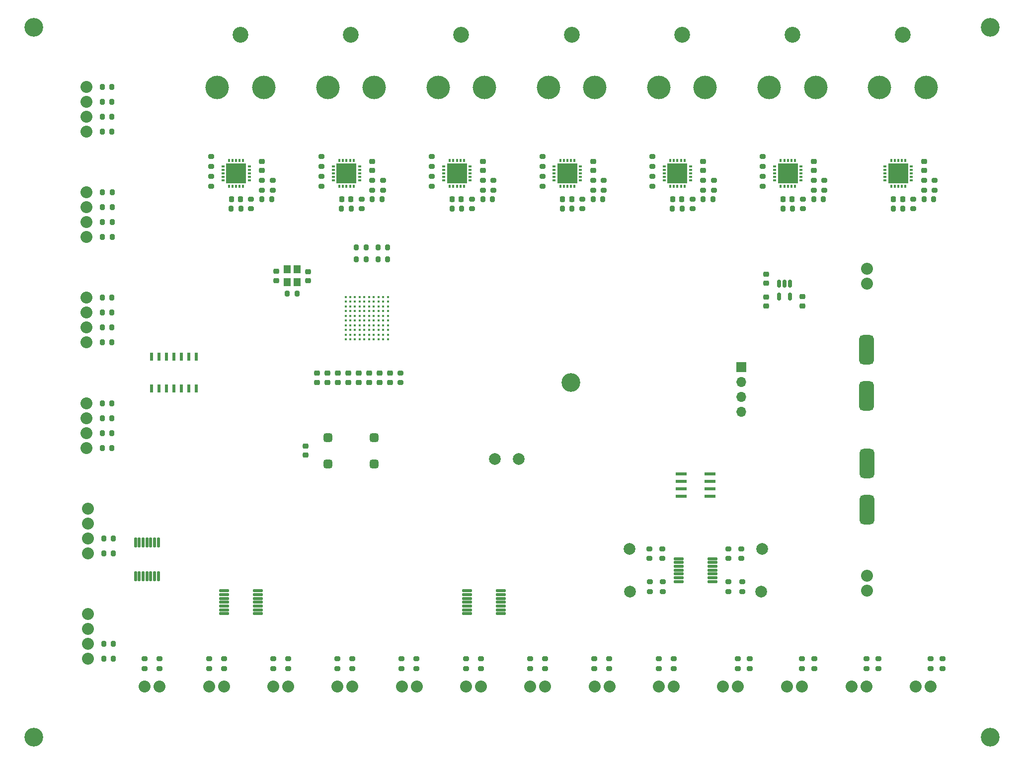
<source format=gbr>
%TF.GenerationSoftware,KiCad,Pcbnew,6.0.0*%
%TF.CreationDate,2022-01-12T19:51:10-05:00*%
%TF.ProjectId,sensor-board,73656e73-6f72-42d6-926f-6172642e6b69,-1*%
%TF.SameCoordinates,Original*%
%TF.FileFunction,Soldermask,Top*%
%TF.FilePolarity,Negative*%
%FSLAX46Y46*%
G04 Gerber Fmt 4.6, Leading zero omitted, Abs format (unit mm)*
G04 Created by KiCad (PCBNEW 6.0.0) date 2022-01-12 19:51:10*
%MOMM*%
%LPD*%
G01*
G04 APERTURE LIST*
G04 Aperture macros list*
%AMRoundRect*
0 Rectangle with rounded corners*
0 $1 Rounding radius*
0 $2 $3 $4 $5 $6 $7 $8 $9 X,Y pos of 4 corners*
0 Add a 4 corners polygon primitive as box body*
4,1,4,$2,$3,$4,$5,$6,$7,$8,$9,$2,$3,0*
0 Add four circle primitives for the rounded corners*
1,1,$1+$1,$2,$3*
1,1,$1+$1,$4,$5*
1,1,$1+$1,$6,$7*
1,1,$1+$1,$8,$9*
0 Add four rect primitives between the rounded corners*
20,1,$1+$1,$2,$3,$4,$5,0*
20,1,$1+$1,$4,$5,$6,$7,0*
20,1,$1+$1,$6,$7,$8,$9,0*
20,1,$1+$1,$8,$9,$2,$3,0*%
%AMOutline5P*
0 Free polygon, 5 corners , with rotation*
0 The origin of the aperture is its center*
0 number of corners: always 5*
0 $1 to $10 corner X, Y*
0 $11 Rotation angle, in degrees counterclockwise*
0 create outline with 5 corners*
4,1,5,$1,$2,$3,$4,$5,$6,$7,$8,$9,$10,$1,$2,$11*%
%AMOutline6P*
0 Free polygon, 6 corners , with rotation*
0 The origin of the aperture is its center*
0 number of corners: always 6*
0 $1 to $12 corner X, Y*
0 $13 Rotation angle, in degrees counterclockwise*
0 create outline with 6 corners*
4,1,6,$1,$2,$3,$4,$5,$6,$7,$8,$9,$10,$11,$12,$1,$2,$13*%
%AMOutline7P*
0 Free polygon, 7 corners , with rotation*
0 The origin of the aperture is its center*
0 number of corners: always 7*
0 $1 to $14 corner X, Y*
0 $15 Rotation angle, in degrees counterclockwise*
0 create outline with 7 corners*
4,1,7,$1,$2,$3,$4,$5,$6,$7,$8,$9,$10,$11,$12,$13,$14,$1,$2,$15*%
%AMOutline8P*
0 Free polygon, 8 corners , with rotation*
0 The origin of the aperture is its center*
0 number of corners: always 8*
0 $1 to $16 corner X, Y*
0 $17 Rotation angle, in degrees counterclockwise*
0 create outline with 8 corners*
4,1,8,$1,$2,$3,$4,$5,$6,$7,$8,$9,$10,$11,$12,$13,$14,$15,$16,$1,$2,$17*%
%AMFreePoly0*
4,1,5,1.675000,-1.675000,-1.675000,-1.675000,-1.675000,1.675000,1.675000,1.675000,1.675000,-1.675000,1.675000,-1.675000,$1*%
G04 Aperture macros list end*
%ADD10RoundRect,0.200000X0.200000X0.275000X-0.200000X0.275000X-0.200000X-0.275000X0.200000X-0.275000X0*%
%ADD11RoundRect,0.200000X0.275000X-0.200000X0.275000X0.200000X-0.275000X0.200000X-0.275000X-0.200000X0*%
%ADD12RoundRect,0.200000X-0.275000X0.200000X-0.275000X-0.200000X0.275000X-0.200000X0.275000X0.200000X0*%
%ADD13RoundRect,0.225000X0.250000X-0.225000X0.250000X0.225000X-0.250000X0.225000X-0.250000X-0.225000X0*%
%ADD14RoundRect,0.200000X-0.200000X-0.275000X0.200000X-0.275000X0.200000X0.275000X-0.200000X0.275000X0*%
%ADD15C,2.032000*%
%ADD16RoundRect,0.225000X-0.250000X0.225000X-0.250000X-0.225000X0.250000X-0.225000X0.250000X0.225000X0*%
%ADD17RoundRect,0.020500X0.764500X0.184500X-0.764500X0.184500X-0.764500X-0.184500X0.764500X-0.184500X0*%
%ADD18C,2.700000*%
%ADD19C,4.000000*%
%ADD20R,1.200000X1.400000*%
%ADD21RoundRect,0.225000X-0.225000X-0.250000X0.225000X-0.250000X0.225000X0.250000X-0.225000X0.250000X0*%
%ADD22RoundRect,0.150000X-0.150000X0.512500X-0.150000X-0.512500X0.150000X-0.512500X0.150000X0.512500X0*%
%ADD23C,3.200000*%
%ADD24RoundRect,0.375000X0.375000X0.375000X-0.375000X0.375000X-0.375000X-0.375000X0.375000X-0.375000X0*%
%ADD25C,2.000000*%
%ADD26Outline8P,-0.275000X0.180000X-0.255000X0.200000X0.255000X0.200000X0.275000X0.180000X0.275000X-0.180000X0.255000X-0.200000X-0.255000X-0.200000X-0.275000X-0.180000X90.000000*%
%ADD27Outline8P,-0.275000X0.180000X-0.255000X0.200000X0.255000X0.200000X0.275000X0.180000X0.275000X-0.180000X0.255000X-0.200000X-0.255000X-0.200000X-0.275000X-0.180000X180.000000*%
%ADD28FreePoly0,180.000000*%
%ADD29C,0.600000*%
%ADD30R,1.700000X1.700000*%
%ADD31O,1.700000X1.700000*%
%ADD32RoundRect,0.625000X-0.625000X1.875000X-0.625000X-1.875000X0.625000X-1.875000X0.625000X1.875000X0*%
%ADD33RoundRect,0.218750X-0.256250X0.218750X-0.256250X-0.218750X0.256250X-0.218750X0.256250X0.218750X0*%
%ADD34C,0.381000*%
%ADD35RoundRect,0.020500X-0.184500X0.764500X-0.184500X-0.764500X0.184500X-0.764500X0.184500X0.764500X0*%
%ADD36R,1.981200X0.540800*%
%ADD37R,0.533400X1.460500*%
G04 APERTURE END LIST*
D10*
X99285600Y-69892000D03*
X97635600Y-69892000D03*
D11*
X94235600Y-62642000D03*
X94235600Y-60992000D03*
D12*
X171171600Y-133500000D03*
X171171600Y-135150000D03*
D13*
X140502266Y-63367000D03*
X140502266Y-61817000D03*
D10*
X77335600Y-105589000D03*
X75685600Y-105589000D03*
D14*
X140502266Y-68242000D03*
X142152266Y-68242000D03*
D13*
X215702268Y-63367000D03*
X215702268Y-61817000D03*
D12*
X196893933Y-65092000D03*
X196893933Y-66742000D03*
D15*
X126708456Y-151300000D03*
X129248456Y-151300000D03*
D16*
X117565600Y-97940500D03*
X117565600Y-99490500D03*
D14*
X118962600Y-78497000D03*
X120612600Y-78497000D03*
D17*
X143549600Y-138901000D03*
X143549600Y-138251000D03*
X143549600Y-137601000D03*
X143549600Y-136951000D03*
X143549600Y-136301000D03*
X143549600Y-135651000D03*
X143549600Y-135001000D03*
X137809600Y-135001000D03*
X137809600Y-135651000D03*
X137809600Y-136301000D03*
X137809600Y-136951000D03*
X137809600Y-137601000D03*
X137809600Y-138251000D03*
X137809600Y-138901000D03*
D11*
X138652266Y-69892000D03*
X138652266Y-68242000D03*
D12*
X118286312Y-146629000D03*
X118286312Y-148279000D03*
D18*
X118043933Y-40242000D03*
D19*
X121993933Y-49242000D03*
X114093933Y-49242000D03*
D12*
X162079168Y-146629000D03*
X162079168Y-148279000D03*
D20*
X108885600Y-82442000D03*
X108885600Y-80242000D03*
X107185600Y-80242000D03*
X107185600Y-82442000D03*
D21*
X191693933Y-68242000D03*
X193243933Y-68242000D03*
D22*
X192876600Y-82627000D03*
X191926600Y-82627000D03*
X190976600Y-82627000D03*
X190976600Y-84902000D03*
X192876600Y-84902000D03*
D23*
X155500000Y-99500000D03*
D15*
X214294172Y-151300000D03*
X216834172Y-151300000D03*
D11*
X157460599Y-69892000D03*
X157460599Y-68242000D03*
D12*
X186040954Y-146625000D03*
X186040954Y-148275000D03*
D15*
X192397740Y-151300000D03*
X194937740Y-151300000D03*
D12*
X85441670Y-146629000D03*
X85441670Y-148279000D03*
D11*
X104685600Y-66742000D03*
X104685600Y-65092000D03*
D23*
X64000000Y-160000000D03*
D15*
X72989600Y-67089000D03*
X72989600Y-69629000D03*
X72989600Y-72169000D03*
X72989600Y-74709000D03*
D10*
X77335600Y-108129000D03*
X75685600Y-108129000D03*
D24*
X122010600Y-113422000D03*
X122010600Y-108922000D03*
X114110600Y-113422000D03*
X114110600Y-108922000D03*
D12*
X94235600Y-64392000D03*
X94235600Y-66042000D03*
D21*
X172885600Y-68242000D03*
X174435600Y-68242000D03*
D23*
X227000000Y-39000000D03*
D13*
X178085600Y-63367000D03*
X178085600Y-61817000D03*
D11*
X131852266Y-62642000D03*
X131852266Y-60992000D03*
X213852268Y-69892000D03*
X213852268Y-68242000D03*
X119843933Y-69892000D03*
X119843933Y-68242000D03*
D14*
X122635600Y-78497000D03*
X124285600Y-78497000D03*
D12*
X93849884Y-146629000D03*
X93849884Y-148279000D03*
D14*
X75685600Y-49109000D03*
X77335600Y-49109000D03*
D12*
X107338098Y-146629000D03*
X107338098Y-148279000D03*
X121693933Y-65092000D03*
X121693933Y-66742000D03*
D14*
X118962600Y-76465000D03*
X120612600Y-76465000D03*
D11*
X169435600Y-62642000D03*
X169435600Y-60992000D03*
D15*
X73014600Y-49109000D03*
X73014600Y-51649000D03*
X73014600Y-54189000D03*
X73014600Y-56729000D03*
D11*
X198693933Y-66742000D03*
X198693933Y-65092000D03*
D15*
X205957600Y-134946000D03*
X205957600Y-132406000D03*
D25*
X165571600Y-135150000D03*
D18*
X212085600Y-40242000D03*
D19*
X216035600Y-49242000D03*
X208135600Y-49242000D03*
D10*
X77360600Y-74709000D03*
X75710600Y-74709000D03*
D12*
X168935600Y-127857000D03*
X168935600Y-129507000D03*
D14*
X159310599Y-68242000D03*
X160960599Y-68242000D03*
D25*
X187971600Y-135150000D03*
D12*
X131852266Y-64392000D03*
X131852266Y-66042000D03*
D26*
X210102268Y-66092000D03*
X210702268Y-66092000D03*
X211302268Y-66092000D03*
X211902268Y-66092000D03*
X212502268Y-66092000D03*
D27*
X213552268Y-65042000D03*
X213552268Y-64442000D03*
X213552268Y-63842000D03*
X213552268Y-63242000D03*
X213552268Y-62642000D03*
D26*
X212502268Y-61642000D03*
X211902268Y-61642000D03*
X211302268Y-61642000D03*
X210702268Y-61642000D03*
X210102268Y-61642000D03*
D27*
X209052268Y-62642000D03*
X209052268Y-63242000D03*
X209052268Y-63842000D03*
X209052268Y-64442000D03*
X209052268Y-65042000D03*
D28*
X211302268Y-63842000D03*
D29*
X212302268Y-62842000D03*
X212302268Y-63842000D03*
X210302268Y-62842000D03*
X212302268Y-64842000D03*
X211302268Y-62842000D03*
X211302268Y-63842000D03*
X210302268Y-63842000D03*
X210302268Y-64842000D03*
X211302268Y-64842000D03*
D13*
X110735600Y-82142000D03*
X110735600Y-80592000D03*
D12*
X170487382Y-146629000D03*
X170487382Y-148279000D03*
D11*
X168971600Y-135150000D03*
X168971600Y-133500000D03*
D12*
X178085600Y-65092000D03*
X178085600Y-66742000D03*
D15*
X205957600Y-82688000D03*
X205957600Y-80148000D03*
D12*
X159310599Y-65092000D03*
X159310599Y-66742000D03*
X151130954Y-146629000D03*
X151130954Y-148279000D03*
D26*
X97285600Y-66092000D03*
X97885600Y-66092000D03*
X98485600Y-66092000D03*
X99085600Y-66092000D03*
X99685600Y-66092000D03*
D27*
X100735600Y-65042000D03*
X100735600Y-64442000D03*
X100735600Y-63842000D03*
X100735600Y-63242000D03*
X100735600Y-62642000D03*
D26*
X99685600Y-61642000D03*
X99085600Y-61642000D03*
X98485600Y-61642000D03*
X97885600Y-61642000D03*
X97285600Y-61642000D03*
D27*
X96235600Y-62642000D03*
X96235600Y-63242000D03*
X96235600Y-63842000D03*
X96235600Y-64442000D03*
X96235600Y-65042000D03*
D29*
X97485600Y-64842000D03*
X99485600Y-63842000D03*
X97485600Y-63842000D03*
X97485600Y-62842000D03*
X99485600Y-64842000D03*
X99485600Y-62842000D03*
X98485600Y-64842000D03*
D28*
X98485600Y-63842000D03*
D29*
X98485600Y-62842000D03*
X98485600Y-63842000D03*
D16*
X124677600Y-97940500D03*
X124677600Y-99490500D03*
D11*
X161110599Y-66742000D03*
X161110599Y-65092000D03*
D12*
X215702268Y-65092000D03*
X215702268Y-66742000D03*
D21*
X135302266Y-68242000D03*
X136852266Y-68242000D03*
D16*
X105335600Y-80567000D03*
X105335600Y-82117000D03*
D15*
X73240790Y-139009000D03*
X73240790Y-141549000D03*
X73240790Y-144089000D03*
X73240790Y-146629000D03*
D18*
X174468932Y-40242000D03*
D19*
X178418932Y-49242000D03*
X170518932Y-49242000D03*
D12*
X207937382Y-146625000D03*
X207937382Y-148275000D03*
X140182740Y-146629000D03*
X140182740Y-148279000D03*
X115746312Y-146629000D03*
X115746312Y-148279000D03*
D13*
X121693933Y-63367000D03*
X121693933Y-61817000D03*
D11*
X150660599Y-62642000D03*
X150660599Y-60992000D03*
D18*
X155660599Y-40242000D03*
D19*
X159610599Y-49242000D03*
X151710599Y-49242000D03*
D10*
X77335600Y-54189000D03*
X75685600Y-54189000D03*
D21*
X116493933Y-68242000D03*
X118043933Y-68242000D03*
D13*
X196893933Y-63367000D03*
X196893933Y-61817000D03*
D21*
X97685600Y-68242000D03*
X99235600Y-68242000D03*
D25*
X146664000Y-112521000D03*
D10*
X77335600Y-87609000D03*
X75685600Y-87609000D03*
D11*
X176235600Y-69892000D03*
X176235600Y-68242000D03*
D15*
X137656670Y-151300000D03*
X140196670Y-151300000D03*
D30*
X184600000Y-96920000D03*
D31*
X184600000Y-99460000D03*
X184600000Y-102000000D03*
X184600000Y-104540000D03*
D10*
X118093933Y-69892000D03*
X116443933Y-69892000D03*
D15*
X82915600Y-151300000D03*
X85455600Y-151300000D03*
D10*
X77335600Y-51649000D03*
X75685600Y-51649000D03*
D15*
X181449526Y-151300000D03*
X183989526Y-151300000D03*
D10*
X77561790Y-126109000D03*
X75911790Y-126109000D03*
D12*
X194937740Y-146629000D03*
X194937740Y-148279000D03*
D14*
X215702268Y-68242000D03*
X217352268Y-68242000D03*
D10*
X77360600Y-72169000D03*
X75710600Y-72169000D03*
X77335600Y-56729000D03*
X75685600Y-56729000D03*
D12*
X126455600Y-97890500D03*
X126455600Y-99540500D03*
X104798098Y-146629000D03*
X104798098Y-148279000D03*
X129234526Y-146629000D03*
X129234526Y-148279000D03*
D15*
X104812028Y-151300000D03*
X107352028Y-151300000D03*
D26*
X153710599Y-66092000D03*
X154310599Y-66092000D03*
X154910599Y-66092000D03*
X155510599Y-66092000D03*
X156110599Y-66092000D03*
D27*
X157160599Y-65042000D03*
X157160599Y-64442000D03*
X157160599Y-63842000D03*
X157160599Y-63242000D03*
X157160599Y-62642000D03*
D26*
X156110599Y-61642000D03*
X155510599Y-61642000D03*
X154910599Y-61642000D03*
X154310599Y-61642000D03*
X153710599Y-61642000D03*
D27*
X152660599Y-62642000D03*
X152660599Y-63242000D03*
X152660599Y-63842000D03*
X152660599Y-64442000D03*
X152660599Y-65042000D03*
D29*
X155910599Y-63842000D03*
X155910599Y-62842000D03*
X153910599Y-63842000D03*
X153910599Y-62842000D03*
X154910599Y-64842000D03*
X154910599Y-63842000D03*
X155910599Y-64842000D03*
D28*
X154910599Y-63842000D03*
D29*
X154910599Y-62842000D03*
X153910599Y-64842000D03*
D16*
X121121600Y-97940500D03*
X121121600Y-99490500D03*
D12*
X126694526Y-146629000D03*
X126694526Y-148279000D03*
D32*
X205875000Y-101793333D03*
X205875000Y-93893333D03*
D16*
X114009600Y-97940500D03*
X114009600Y-99490500D03*
D14*
X75710600Y-67089000D03*
X77360600Y-67089000D03*
D11*
X142302266Y-66742000D03*
X142302266Y-65092000D03*
D18*
X99235600Y-40242000D03*
D19*
X103185600Y-49242000D03*
X95285600Y-49242000D03*
D13*
X188802400Y-82614600D03*
X188802400Y-81064600D03*
D14*
X178085600Y-68242000D03*
X179735600Y-68242000D03*
D33*
X112231600Y-97928000D03*
X112231600Y-99503000D03*
D10*
X155710599Y-69892000D03*
X154060599Y-69892000D03*
D23*
X227000000Y-160000000D03*
D11*
X171135600Y-129507000D03*
X171135600Y-127857000D03*
D15*
X73014600Y-103049000D03*
X73014600Y-105589000D03*
X73014600Y-108129000D03*
X73014600Y-110669000D03*
D12*
X102885600Y-65092000D03*
X102885600Y-66742000D03*
D14*
X121693933Y-68242000D03*
X123343933Y-68242000D03*
D12*
X148590954Y-146629000D03*
X148590954Y-148279000D03*
X169435600Y-64392000D03*
X169435600Y-66042000D03*
D14*
X102885600Y-68242000D03*
X104535600Y-68242000D03*
D26*
X134902266Y-66092000D03*
X135502266Y-66092000D03*
X136102266Y-66092000D03*
X136702266Y-66092000D03*
X137302266Y-66092000D03*
D27*
X138352266Y-65042000D03*
X138352266Y-64442000D03*
X138352266Y-63842000D03*
X138352266Y-63242000D03*
X138352266Y-62642000D03*
D26*
X137302266Y-61642000D03*
X136702266Y-61642000D03*
X136102266Y-61642000D03*
X135502266Y-61642000D03*
X134902266Y-61642000D03*
D27*
X133852266Y-62642000D03*
X133852266Y-63242000D03*
X133852266Y-63842000D03*
X133852266Y-64442000D03*
X133852266Y-65042000D03*
D29*
X137102266Y-62842000D03*
X137102266Y-64842000D03*
X136102266Y-63842000D03*
X135102266Y-64842000D03*
X135102266Y-63842000D03*
X137102266Y-63842000D03*
X136102266Y-64842000D03*
D28*
X136102266Y-63842000D03*
D29*
X135102266Y-62842000D03*
X136102266Y-62842000D03*
D25*
X188135600Y-127857000D03*
D12*
X196989168Y-146625000D03*
X196989168Y-148275000D03*
D26*
X191293933Y-66092000D03*
X191893933Y-66092000D03*
X192493933Y-66092000D03*
X193093933Y-66092000D03*
X193693933Y-66092000D03*
D27*
X194743933Y-65042000D03*
X194743933Y-64442000D03*
X194743933Y-63842000D03*
X194743933Y-63242000D03*
X194743933Y-62642000D03*
D26*
X193693933Y-61642000D03*
X193093933Y-61642000D03*
X192493933Y-61642000D03*
X191893933Y-61642000D03*
X191293933Y-61642000D03*
D27*
X190243933Y-62642000D03*
X190243933Y-63242000D03*
X190243933Y-63842000D03*
X190243933Y-64442000D03*
X190243933Y-65042000D03*
D29*
X191493933Y-62842000D03*
X193493933Y-63842000D03*
X192493933Y-62842000D03*
X191493933Y-63842000D03*
D28*
X192493933Y-63842000D03*
D29*
X192493933Y-63842000D03*
X192493933Y-64842000D03*
X193493933Y-64842000D03*
X191493933Y-64842000D03*
X193493933Y-62842000D03*
D13*
X102885600Y-63367000D03*
X102885600Y-61817000D03*
D11*
X123493933Y-66742000D03*
X123493933Y-65092000D03*
D16*
X195000000Y-84900000D03*
X195000000Y-86450000D03*
D12*
X150660599Y-64392000D03*
X150660599Y-66042000D03*
X113043933Y-64392000D03*
X113043933Y-66042000D03*
D18*
X193277265Y-40242000D03*
D19*
X197227265Y-49242000D03*
X189327265Y-49242000D03*
D14*
X122645600Y-76465000D03*
X124295600Y-76465000D03*
D34*
X117135600Y-84942000D03*
X117935600Y-84942000D03*
X118735600Y-84942000D03*
X119535600Y-84942000D03*
X120335600Y-84942000D03*
X121135600Y-84942000D03*
X121935600Y-84942000D03*
X122735600Y-84942000D03*
X123535600Y-84942000D03*
X124335599Y-84942000D03*
X117135600Y-85742000D03*
X117935600Y-85742000D03*
X118735600Y-85742000D03*
X119535600Y-85742000D03*
X120335600Y-85742000D03*
X121135600Y-85742000D03*
X121935600Y-85742000D03*
X122735600Y-85742000D03*
X123535600Y-85742000D03*
X124335599Y-85742000D03*
X117135600Y-86542000D03*
X117935600Y-86542000D03*
X118735600Y-86542000D03*
X119535600Y-86542000D03*
X120335600Y-86542000D03*
X121135600Y-86542000D03*
X121935600Y-86542000D03*
X122735600Y-86542000D03*
X123535600Y-86542000D03*
X124335599Y-86542000D03*
X117135600Y-87342000D03*
X117935600Y-87342000D03*
X118735600Y-87342000D03*
X119535600Y-87342000D03*
X120335600Y-87342000D03*
X121135600Y-87342000D03*
X121935600Y-87342000D03*
X122735600Y-87342000D03*
X123535600Y-87342000D03*
X124335599Y-87342000D03*
X117135600Y-88142000D03*
X117935600Y-88142000D03*
X118735600Y-88142000D03*
X119535600Y-88142000D03*
X120335600Y-88142000D03*
X121135600Y-88142000D03*
X121935600Y-88142000D03*
X122735600Y-88142000D03*
X123535600Y-88142000D03*
X124335599Y-88142000D03*
X117135600Y-88942000D03*
X117935600Y-88942000D03*
X118735600Y-88942000D03*
X119535600Y-88942000D03*
X120335600Y-88942000D03*
X121135600Y-88942000D03*
X121935600Y-88942000D03*
X122735600Y-88942000D03*
X123535600Y-88942000D03*
X124335599Y-88942000D03*
X117135600Y-89742000D03*
X117935600Y-89742000D03*
X118735600Y-89742000D03*
X119535600Y-89742000D03*
X120335600Y-89742000D03*
X121135600Y-89742000D03*
X121935600Y-89742000D03*
X122735600Y-89742000D03*
X123535600Y-89742000D03*
X124335599Y-89742000D03*
X117135600Y-90542000D03*
X117935600Y-90542000D03*
X118735600Y-90542000D03*
X119535600Y-90542000D03*
X120335600Y-90542000D03*
X121135600Y-90542000D03*
X121935600Y-90542000D03*
X122735600Y-90542000D03*
X123535600Y-90542000D03*
X124335599Y-90542000D03*
X117135600Y-91342000D03*
X117935600Y-91342000D03*
X118735600Y-91342000D03*
X119535600Y-91342000D03*
X120335600Y-91342000D03*
X121135600Y-91342000D03*
X121935600Y-91342000D03*
X122735600Y-91342000D03*
X123535600Y-91342000D03*
X124335599Y-91342000D03*
X117135600Y-92141999D03*
X117935600Y-92141999D03*
X118735600Y-92141999D03*
X119535600Y-92141999D03*
X120335600Y-92141999D03*
X121135600Y-92141999D03*
X121935600Y-92141999D03*
X122735600Y-92141999D03*
X123535600Y-92141999D03*
X124335599Y-92141999D03*
D10*
X77335600Y-92689000D03*
X75685600Y-92689000D03*
D15*
X73014600Y-85069000D03*
X73014600Y-87609000D03*
X73014600Y-90149000D03*
X73014600Y-92689000D03*
D12*
X82901670Y-146629000D03*
X82901670Y-148279000D03*
D16*
X119343600Y-97940500D03*
X119343600Y-99490500D03*
D12*
X159539168Y-146629000D03*
X159539168Y-148279000D03*
D10*
X77561790Y-128649000D03*
X75911790Y-128649000D03*
D16*
X188802400Y-84925400D03*
X188802400Y-86475400D03*
D13*
X159310599Y-63367000D03*
X159310599Y-61817000D03*
D23*
X64000000Y-39000000D03*
D17*
X179641600Y-133440000D03*
X179641600Y-132790000D03*
X179641600Y-132140000D03*
X179641600Y-131490000D03*
X179641600Y-130840000D03*
X179641600Y-130190000D03*
X179641600Y-129540000D03*
X173901600Y-129540000D03*
X173901600Y-130190000D03*
X173901600Y-130840000D03*
X173901600Y-131490000D03*
X173901600Y-132140000D03*
X173901600Y-132790000D03*
X173901600Y-133440000D03*
D15*
X93863814Y-151300000D03*
X96403814Y-151300000D03*
D11*
X188243933Y-62642000D03*
X188243933Y-60992000D03*
D17*
X102178600Y-138901000D03*
X102178600Y-138251000D03*
X102178600Y-137601000D03*
X102178600Y-136951000D03*
X102178600Y-136301000D03*
X102178600Y-135651000D03*
X102178600Y-135001000D03*
X96438600Y-135001000D03*
X96438600Y-135651000D03*
X96438600Y-136301000D03*
X96438600Y-136951000D03*
X96438600Y-137601000D03*
X96438600Y-138251000D03*
X96438600Y-138901000D03*
D12*
X173071670Y-146629000D03*
X173071670Y-148279000D03*
D15*
X115760242Y-151300000D03*
X118300242Y-151300000D03*
X148604884Y-151300000D03*
X151144884Y-151300000D03*
D11*
X113043933Y-62642000D03*
X113043933Y-60992000D03*
D10*
X77335600Y-110669000D03*
X75685600Y-110669000D03*
D35*
X85225600Y-126793000D03*
X84575600Y-126793000D03*
X83925600Y-126793000D03*
X83275600Y-126793000D03*
X82625600Y-126793000D03*
X81975600Y-126793000D03*
X81325600Y-126793000D03*
X81325600Y-132533000D03*
X81975600Y-132533000D03*
X82625600Y-132533000D03*
X83275600Y-132533000D03*
X83925600Y-132533000D03*
X84575600Y-132533000D03*
X85225600Y-132533000D03*
D12*
X184585600Y-127857000D03*
X184585600Y-129507000D03*
D14*
X75685600Y-85069000D03*
X77335600Y-85069000D03*
D12*
X96389884Y-146629000D03*
X96389884Y-148279000D03*
D15*
X159553098Y-151300000D03*
X162093098Y-151300000D03*
D32*
X205957600Y-121200666D03*
X205957600Y-113300666D03*
D13*
X110310600Y-111897000D03*
X110310600Y-110347000D03*
D12*
X216834172Y-146629000D03*
X216834172Y-148279000D03*
D15*
X170501312Y-151300000D03*
X173041312Y-151300000D03*
D36*
X174282601Y-115107000D03*
X174282601Y-116377000D03*
X174282601Y-117647000D03*
X174282601Y-118917000D03*
X179212599Y-118917000D03*
X179212599Y-117647000D03*
X179212599Y-116377000D03*
X179212599Y-115107000D03*
D26*
X172485600Y-66092000D03*
X173085600Y-66092000D03*
X173685600Y-66092000D03*
X174285600Y-66092000D03*
X174885600Y-66092000D03*
D27*
X175935600Y-65042000D03*
X175935600Y-64442000D03*
X175935600Y-63842000D03*
X175935600Y-63242000D03*
X175935600Y-62642000D03*
D26*
X174885600Y-61642000D03*
X174285600Y-61642000D03*
X173685600Y-61642000D03*
X173085600Y-61642000D03*
X172485600Y-61642000D03*
D27*
X171435600Y-62642000D03*
X171435600Y-63242000D03*
X171435600Y-63842000D03*
X171435600Y-64442000D03*
X171435600Y-65042000D03*
D29*
X173685600Y-62842000D03*
X172685600Y-62842000D03*
X174685600Y-63842000D03*
X174685600Y-62842000D03*
X173685600Y-64842000D03*
X172685600Y-63842000D03*
X172685600Y-64842000D03*
X173685600Y-63842000D03*
X174685600Y-64842000D03*
D28*
X173685600Y-63842000D03*
D26*
X116093933Y-66092000D03*
X116693933Y-66092000D03*
X117293933Y-66092000D03*
X117893933Y-66092000D03*
X118493933Y-66092000D03*
D27*
X119543933Y-65042000D03*
X119543933Y-64442000D03*
X119543933Y-63842000D03*
X119543933Y-63242000D03*
X119543933Y-62642000D03*
D26*
X118493933Y-61642000D03*
X117893933Y-61642000D03*
X117293933Y-61642000D03*
X116693933Y-61642000D03*
X116093933Y-61642000D03*
D27*
X115043933Y-62642000D03*
X115043933Y-63242000D03*
X115043933Y-63842000D03*
X115043933Y-64442000D03*
X115043933Y-65042000D03*
D28*
X117293933Y-63842000D03*
D29*
X118293933Y-64842000D03*
X118293933Y-62842000D03*
X116293933Y-62842000D03*
X117293933Y-62842000D03*
X117293933Y-63842000D03*
X117293933Y-64842000D03*
X116293933Y-64842000D03*
X118293933Y-63842000D03*
X116293933Y-63842000D03*
D16*
X122899600Y-97940500D03*
X122899600Y-99490500D03*
D14*
X107185600Y-84367000D03*
X108835600Y-84367000D03*
D11*
X179885600Y-66742000D03*
X179885600Y-65092000D03*
D12*
X182371600Y-133500000D03*
X182371600Y-135150000D03*
D11*
X217502268Y-66742000D03*
X217502268Y-65092000D03*
D16*
X115787600Y-97940500D03*
X115787600Y-99490500D03*
D12*
X205885954Y-146629000D03*
X205885954Y-148279000D03*
D10*
X193293933Y-69892000D03*
X191643933Y-69892000D03*
D11*
X182335600Y-129507000D03*
X182335600Y-127857000D03*
X101035600Y-69892000D03*
X101035600Y-68242000D03*
D12*
X183989526Y-146629000D03*
X183989526Y-148279000D03*
D10*
X77561790Y-146629000D03*
X75911790Y-146629000D03*
D15*
X73240790Y-121029000D03*
X73240790Y-123569000D03*
X73240790Y-126109000D03*
X73240790Y-128649000D03*
D21*
X154110599Y-68242000D03*
X155660599Y-68242000D03*
D11*
X184771600Y-135150000D03*
X184771600Y-133500000D03*
X195043933Y-69892000D03*
X195043933Y-68242000D03*
D12*
X218885600Y-146625000D03*
X218885600Y-148275000D03*
D14*
X196893933Y-68242000D03*
X198543933Y-68242000D03*
D25*
X142600000Y-112521000D03*
D18*
X136852266Y-40242000D03*
D19*
X140802266Y-49242000D03*
X132902266Y-49242000D03*
D37*
X84025600Y-100557150D03*
X85295600Y-100557150D03*
X86565600Y-100557150D03*
X87835600Y-100557150D03*
X89105600Y-100557150D03*
X90375600Y-100557150D03*
X91645600Y-100557150D03*
X91645600Y-95108850D03*
X90375600Y-95108850D03*
X89105600Y-95108850D03*
X87835600Y-95108850D03*
X86565600Y-95108850D03*
X85295600Y-95108850D03*
X84025600Y-95108850D03*
D14*
X75685600Y-103049000D03*
X77335600Y-103049000D03*
D10*
X136902266Y-69892000D03*
X135252266Y-69892000D03*
D15*
X203345954Y-151300000D03*
X205885954Y-151300000D03*
D10*
X77335600Y-90149000D03*
X75685600Y-90149000D03*
D12*
X140502266Y-65092000D03*
X140502266Y-66742000D03*
X188243933Y-64392000D03*
X188243933Y-66042000D03*
D21*
X210502268Y-68242000D03*
X212052268Y-68242000D03*
D10*
X174485600Y-69892000D03*
X172835600Y-69892000D03*
D25*
X165535600Y-127857000D03*
D10*
X77360600Y-69629000D03*
X75710600Y-69629000D03*
D12*
X137642740Y-146629000D03*
X137642740Y-148279000D03*
D10*
X212102268Y-69892000D03*
X210452268Y-69892000D03*
X77561790Y-144089000D03*
X75911790Y-144089000D03*
M02*

</source>
